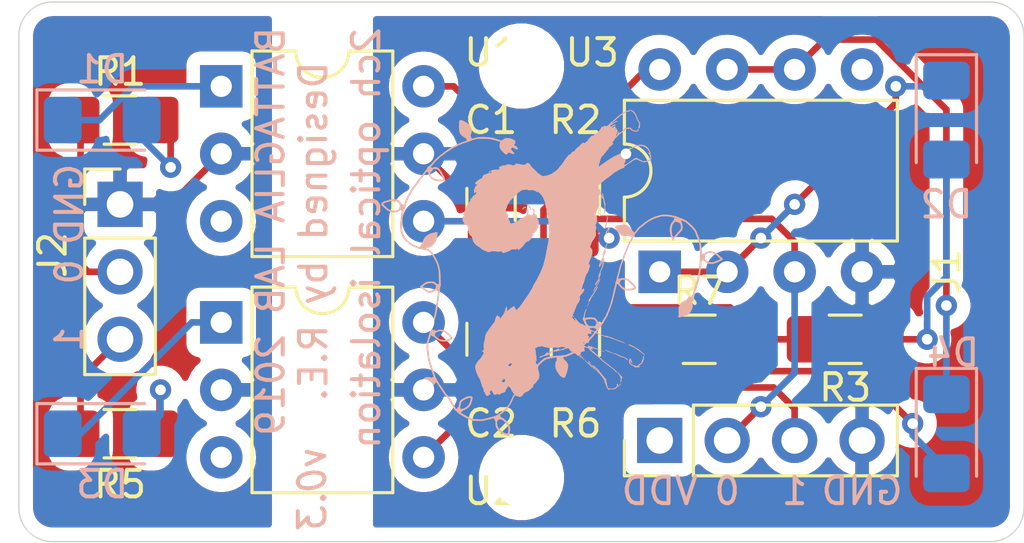
<source format=kicad_pcb>
(kicad_pcb (version 20171130) (host pcbnew "(5.1.4)-1")
  (title_block (title "Dual-channel optical isolation") (date 2019-12-06) (rev v0.3) (company "Battaglia Lab"))
  (layers (0 F.Cu signal) (31 B.Cu signal) (34 B.Paste user hide) (35 F.Paste user hide) (36 B.SilkS user hide) (37 F.SilkS user hide) (38 B.Mask user) (39 F.Mask user hide) (44 Edge.Cuts user))
  (net 0 "")
  (net 1 GNDA)
  (net 2 "Net-(D1-Pad1)")
  (net 3 "Net-(D1-Pad2)")
  (net 4 "Net-(D2-Pad2)")
  (net 5 "Net-(D2-Pad1)")
  (net 6 "Net-(D3-Pad2)")
  (net 7 "Net-(D3-Pad1)")
  (net 8 "Net-(D4-Pad2)")
  (net 9 "Net-(D4-Pad1)")
  (net 10 In01)
  (net 11 In02)
  (net 12 Out02)
  (net 13 Out01)
  (net 14 GND)
  (net 15 VDD)
  (module MountingHole:MountingHole_2.2mm_M2_DIN965 (layer F.Cu) (at 140.716 104.267)
    (fp_text reference REF** hide)
    (fp_text value MountingHole_2.2mm_M2_DIN965)
    (pad 1 np_thru_hole circle (at 0 0) (size 2.2 2.2) (drill 2.2) (layers *.Cu *.Mask))
  )
  (module mila:mila (layer B.Cu) (at 141.732 96.52 270)
    (fp_text reference G*** hide)
    (fp_text value LOGO hide)
  )
  (module Resistor_SMD:R_1206_3216Metric_Pad1.42x1.75mm_HandSolder (layer F.Cu) (at 142.748 99.06 90)
    (fp_text reference R6 (at -3.175 0 180) (layer F.SilkS))
    (fp_text value 4.7k)
    (pad 1 smd roundrect (at -1.4875 0 90) (size 1.425 1.75) (layers F.Cu F.Paste F.Mask) (roundrect_rratio 0.175439) (net 12 Out02))
    (pad 2 smd roundrect (at 1.4875 0 90) (size 1.425 1.75) (layers F.Cu F.Paste F.Mask) (roundrect_rratio 0.175439) (net 15 VDD))
  )
  (module MountingHole:MountingHole_2.2mm_M2_DIN965 (layer F.Cu) (at 140.716 88.773)
    (fp_text reference REF** hide)
    (fp_text value MountingHole_2.2mm_M2_DIN965)
    (pad 1 np_thru_hole circle (at 0 0) (size 2.2 2.2) (drill 2.2) (layers *.Cu *.Mask))
  )
  (module Package_DIP:DIP-6_W7.62mm (layer F.Cu) (at 129.413 98.425)
    (fp_text reference U2 (at 10.16 6.35) (layer F.SilkS))
    (fp_text value H11L1)
    (pad 1 thru_hole rect (at 0 0) (size 1.6 1.6) (drill 0.8) (layers *.Cu *.Mask) (net 7 "Net-(D3-Pad1)"))
    (pad 4 thru_hole oval (at 7.62 5.08) (size 1.6 1.6) (drill 0.8) (layers *.Cu *.Mask) (net 12 Out02))
    (pad 2 thru_hole oval (at 0 2.54) (size 1.6 1.6) (drill 0.8) (layers *.Cu *.Mask) (net 14 GND))
    (pad 5 thru_hole oval (at 7.62 2.54) (size 1.6 1.6) (drill 0.8) (layers *.Cu *.Mask) (net 1 GNDA))
    (pad 3 thru_hole oval (at 0 5.08) (size 1.6 1.6) (drill 0.8) (layers *.Cu *.Mask))
    (pad 6 thru_hole oval (at 7.62 0) (size 1.6 1.6) (drill 0.8) (layers *.Cu *.Mask) (net 15 VDD))
  )
  (module Package_DIP:DIP-6_W7.62mm (layer F.Cu) (at 129.413 89.535)
    (fp_text reference U1 (at 10.16 -1.27) (layer F.SilkS))
    (fp_text value H11L1)
    (pad 1 thru_hole rect (at 0 0) (size 1.6 1.6) (drill 0.8) (layers *.Cu *.Mask) (net 2 "Net-(D1-Pad1)"))
    (pad 4 thru_hole oval (at 7.62 5.08) (size 1.6 1.6) (drill 0.8) (layers *.Cu *.Mask) (net 13 Out01))
    (pad 2 thru_hole oval (at 0 2.54) (size 1.6 1.6) (drill 0.8) (layers *.Cu *.Mask) (net 14 GND))
    (pad 5 thru_hole oval (at 7.62 2.54) (size 1.6 1.6) (drill 0.8) (layers *.Cu *.Mask) (net 1 GNDA))
    (pad 3 thru_hole oval (at 0 5.08) (size 1.6 1.6) (drill 0.8) (layers *.Cu *.Mask))
    (pad 6 thru_hole oval (at 7.62 0) (size 1.6 1.6) (drill 0.8) (layers *.Cu *.Mask) (net 15 VDD))
  )
  (module Resistor_SMD:R_1206_3216Metric_Pad1.42x1.75mm_HandSolder (layer F.Cu) (at 147.4105 99.06)
    (fp_text reference R7 (at 0 -1.82) (layer F.SilkS))
    (fp_text value 330)
    (pad 1 smd roundrect (at -1.4875 0) (size 1.425 1.75) (layers F.Cu F.Paste F.Mask) (roundrect_rratio 0.175439) (net 8 "Net-(D4-Pad2)"))
    (pad 2 smd roundrect (at 1.4875 0) (size 1.425 1.75) (layers F.Cu F.Paste F.Mask) (roundrect_rratio 0.175439) (net 15 VDD))
  )
  (module Resistor_SMD:R_1206_3216Metric_Pad1.42x1.75mm_HandSolder (layer F.Cu) (at 125.603 102.616)
    (fp_text reference R5 (at 0 1.905) (layer F.SilkS))
    (fp_text value 330)
    (pad 1 smd roundrect (at -1.4875 0) (size 1.425 1.75) (layers F.Cu F.Paste F.Mask) (roundrect_rratio 0.175439) (net 11 In02))
    (pad 2 smd roundrect (at 1.4875 0) (size 1.425 1.75) (layers F.Cu F.Paste F.Mask) (roundrect_rratio 0.175439) (net 6 "Net-(D3-Pad2)"))
  )
  (module Resistor_SMD:R_1206_3216Metric_Pad1.42x1.75mm_HandSolder (layer F.Cu) (at 152.908 99.06 180)
    (fp_text reference R3 (at 0 -1.82) (layer F.SilkS))
    (fp_text value 330)
    (pad 1 smd roundrect (at -1.4875 0 180) (size 1.425 1.75) (layers F.Cu F.Paste F.Mask) (roundrect_rratio 0.175439) (net 4 "Net-(D2-Pad2)"))
    (pad 2 smd roundrect (at 1.4875 0 180) (size 1.425 1.75) (layers F.Cu F.Paste F.Mask) (roundrect_rratio 0.175439) (net 15 VDD))
  )
  (module Resistor_SMD:R_1206_3216Metric_Pad1.42x1.75mm_HandSolder (layer F.Cu) (at 142.748 93.7625 90)
    (fp_text reference R2 (at 2.9575 0 180) (layer F.SilkS))
    (fp_text value 4.7k)
    (pad 1 smd roundrect (at -1.4875 0 90) (size 1.425 1.75) (layers F.Cu F.Paste F.Mask) (roundrect_rratio 0.175439) (net 13 Out01))
    (pad 2 smd roundrect (at 1.4875 0 90) (size 1.425 1.75) (layers F.Cu F.Paste F.Mask) (roundrect_rratio 0.175439) (net 15 VDD))
  )
  (module Resistor_SMD:R_1206_3216Metric_Pad1.42x1.75mm_HandSolder (layer F.Cu) (at 125.603 90.805)
    (fp_text reference R1 (at 0 -1.82) (layer F.SilkS))
    (fp_text value 330)
    (pad 1 smd roundrect (at -1.4875 0) (size 1.425 1.75) (layers F.Cu F.Paste F.Mask) (roundrect_rratio 0.175439) (net 10 In01))
    (pad 2 smd roundrect (at 1.4875 0) (size 1.425 1.75) (layers F.Cu F.Paste F.Mask) (roundrect_rratio 0.175439) (net 3 "Net-(D1-Pad2)"))
  )
  (module LED_SMD:LED_1206_3216Metric_Pad1.42x1.75mm_HandSolder (layer B.Cu) (at 156.718 102.616 270)
    (fp_text reference D4 (at -3.048 -0.254 180) (layer B.SilkS) (effects (justify mirror)))
    (fp_text value LED)
    (pad 1 smd roundrect (at -1.4875 0 270) (size 1.425 1.75) (layers B.Cu B.Paste B.Mask) (roundrect_rratio 0.175439) (net 9 "Net-(D4-Pad1)"))
    (pad 2 smd roundrect (at 1.4875 0 270) (size 1.425 1.75) (layers B.Cu B.Paste B.Mask) (roundrect_rratio 0.175439) (net 8 "Net-(D4-Pad2)"))
  )
  (module LED_SMD:LED_1206_3216Metric_Pad1.42x1.75mm_HandSolder (layer B.Cu) (at 124.9315 102.616)
    (fp_text reference D3 (at 0 1.905) (layer B.SilkS) (effects (justify mirror)))
    (fp_text value LED)
    (pad 1 smd roundrect (at -1.4875 0) (size 1.425 1.75) (layers B.Cu B.Paste B.Mask) (roundrect_rratio 0.175439) (net 7 "Net-(D3-Pad1)"))
    (pad 2 smd roundrect (at 1.4875 0) (size 1.425 1.75) (layers B.Cu B.Paste B.Mask) (roundrect_rratio 0.175439) (net 6 "Net-(D3-Pad2)"))
  )
  (module LED_SMD:LED_1206_3216Metric_Pad1.42x1.75mm_HandSolder (layer B.Cu) (at 156.718 90.805 270)
    (fp_text reference D2 (at 3.175 0 180) (layer B.SilkS) (effects (justify mirror)))
    (fp_text value LED)
    (pad 1 smd roundrect (at -1.4875 0 270) (size 1.425 1.75) (layers B.Cu B.Paste B.Mask) (roundrect_rratio 0.175439) (net 5 "Net-(D2-Pad1)"))
    (pad 2 smd roundrect (at 1.4875 0 270) (size 1.425 1.75) (layers B.Cu B.Paste B.Mask) (roundrect_rratio 0.175439) (net 4 "Net-(D2-Pad2)"))
  )
  (module LED_SMD:LED_1206_3216Metric_Pad1.42x1.75mm_HandSolder (layer B.Cu) (at 124.9315 90.805)
    (fp_text reference D1 (at 0 -1.905) (layer B.SilkS) (effects (justify mirror)))
    (fp_text value LED)
    (pad 1 smd roundrect (at -1.4875 0) (size 1.425 1.75) (layers B.Cu B.Paste B.Mask) (roundrect_rratio 0.175439) (net 2 "Net-(D1-Pad1)"))
    (pad 2 smd roundrect (at 1.4875 0) (size 1.425 1.75) (layers B.Cu B.Paste B.Mask) (roundrect_rratio 0.175439) (net 3 "Net-(D1-Pad2)"))
  )
  (module Capacitor_SMD:C_1206_3216Metric_Pad1.42x1.75mm_HandSolder (layer F.Cu) (at 139.573 99.06 90)
    (fp_text reference C2 (at -3.175 0 180) (layer F.SilkS))
    (fp_text value 0.1u)
    (pad 1 smd roundrect (at -1.4875 0 90) (size 1.425 1.75) (layers F.Cu F.Paste F.Mask) (roundrect_rratio 0.175439) (net 15 VDD))
    (pad 2 smd roundrect (at 1.4875 0 90) (size 1.425 1.75) (layers F.Cu F.Paste F.Mask) (roundrect_rratio 0.175439) (net 1 GNDA))
  )
  (module Capacitor_SMD:C_1206_3216Metric_Pad1.42x1.75mm_HandSolder (layer F.Cu) (at 139.573 93.98 270)
    (fp_text reference C1 (at -3.175 0 180) (layer F.SilkS))
    (fp_text value 0.1u)
    (pad 1 smd roundrect (at -1.4875 0 270) (size 1.425 1.75) (layers F.Cu F.Paste F.Mask) (roundrect_rratio 0.175439) (net 15 VDD))
    (pad 2 smd roundrect (at 1.4875 0 270) (size 1.425 1.75) (layers F.Cu F.Paste F.Mask) (roundrect_rratio 0.175439) (net 1 GNDA))
  )
  (module Package_DIP:DIP-8_W7.62mm (layer F.Cu) (at 145.923 96.52 90)
    (fp_text reference U3 (at 8.255 -2.54 180) (layer F.SilkS))
    (fp_text value MCP6002-xSN)
    (pad 1 thru_hole rect (at 0 0 90) (size 1.6 1.6) (drill 0.8) (layers *.Cu *.Mask) (net 5 "Net-(D2-Pad1)"))
    (pad 5 thru_hole oval (at 7.62 7.62 90) (size 1.6 1.6) (drill 0.8) (layers *.Cu *.Mask) (net 12 Out02))
    (pad 2 thru_hole oval (at 0 2.54 90) (size 1.6 1.6) (drill 0.8) (layers *.Cu *.Mask) (net 5 "Net-(D2-Pad1)"))
    (pad 6 thru_hole oval (at 7.62 5.08 90) (size 1.6 1.6) (drill 0.8) (layers *.Cu *.Mask) (net 9 "Net-(D4-Pad1)"))
    (pad 3 thru_hole oval (at 0 5.08 90) (size 1.6 1.6) (drill 0.8) (layers *.Cu *.Mask) (net 13 Out01))
    (pad 7 thru_hole oval (at 7.62 2.54 90) (size 1.6 1.6) (drill 0.8) (layers *.Cu *.Mask) (net 9 "Net-(D4-Pad1)"))
    (pad 4 thru_hole oval (at 0 7.62 90) (size 1.6 1.6) (drill 0.8) (layers *.Cu *.Mask) (net 1 GNDA))
    (pad 8 thru_hole oval (at 7.62 0 90) (size 1.6 1.6) (drill 0.8) (layers *.Cu *.Mask) (net 15 VDD))
  )
  (module Connector_PinHeader_2.54mm:PinHeader_1x04_P2.54mm_Vertical (layer F.Cu) (at 145.923 102.87 90)
    (fp_text reference J1 (at 6.35 10.795 270) (layer F.SilkS))
    (fp_text value Conn_01x04_Male)
    (pad 4 thru_hole oval (at 0 7.62 90) (size 1.7 1.7) (drill 1) (layers *.Cu *.Mask) (net 1 GNDA))
    (pad 3 thru_hole oval (at 0 5.08 90) (size 1.7 1.7) (drill 1) (layers *.Cu *.Mask) (net 12 Out02))
    (pad 2 thru_hole oval (at 0 2.54 90) (size 1.7 1.7) (drill 1) (layers *.Cu *.Mask) (net 13 Out01))
    (pad 1 thru_hole rect (at 0 0 90) (size 1.7 1.7) (drill 1) (layers *.Cu *.Mask))
  )
  (module Connector_PinHeader_2.54mm:PinHeader_1x03_P2.54mm_Vertical (layer F.Cu) (at 125.603 93.98)
    (fp_text reference J2 (at -2.54 1.905 270) (layer F.SilkS))
    (fp_text value Conn_01x03_Male)
    (pad 3 thru_hole oval (at 0 5.08) (size 1.7 1.7) (drill 1) (layers *.Cu *.Mask) (net 11 In02))
    (pad 2 thru_hole oval (at 0 2.54) (size 1.7 1.7) (drill 1) (layers *.Cu *.Mask) (net 10 In01))
    (pad 1 thru_hole rect (at 0 0) (size 1.7 1.7) (drill 1) (layers *.Cu *.Mask) (net 14 GND))
  )
  (gr_line (start 121.793 105.41) (end 121.793 104.775) (layer Edge.Cuts) (width 0.05))
  (gr_line (start 158.369 106.68) (end 123.063 106.68) (layer Edge.Cuts) (width 0.05))
  (gr_text "2ch optical isolation" (at 134.874 95.25 90) (layer B.SilkS) (effects (font (size 1 1)) (justify mirror)))
  (gr_text v0.3 (at 132.842 104.648 90) (layer B.SilkS) (effects (font (size 1 1) (thickness 0.15) italic) (justify mirror)))
  (gr_text VDD (at 145.923 104.775) (layer B.SilkS) (effects (font (size 1 1)) (justify mirror)))
  (gr_text 1 (at 151.003 104.775) (layer B.SilkS) (effects (font (size 1 1)) (justify mirror)))
  (gr_text 0 (at 148.463 104.775) (layer B.SilkS) (effects (font (size 1 1)) (justify mirror)))
  (gr_text GND (at 153.543 104.775) (layer B.SilkS) (effects (font (size 1 1)) (justify mirror)))
  (gr_text 1 (at 123.698 99.06 90) (layer B.SilkS) (effects (font (size 1 1)) (justify mirror)))
  (gr_text 0 (at 123.698 96.52 90) (layer B.SilkS) (effects (font (size 1 1)) (justify mirror)))
  (gr_text GND (at 123.698 93.98 90) (layer B.SilkS) (effects (font (size 1 1)) (justify mirror)))
  (gr_line (start 158.369 86.36) (end 123.063 86.36) (layer Edge.Cuts) (width 0.05))
  (gr_line (start 159.639 105.41) (end 159.639 87.63) (layer Edge.Cuts) (width 0.05))
  (gr_line (start 121.793 87.63) (end 121.793 104.775) (layer Edge.Cuts) (width 0.05))
  (gr_arc (start 158.369 87.63) (end 159.639 87.63) (angle -90) (layer Edge.Cuts) (width 0.05))
  (gr_arc (start 158.369 105.41) (end 158.369 106.68) (angle -90) (layer Edge.Cuts) (width 0.05))
  (gr_arc (start 123.063 105.41) (end 121.793 105.41) (angle -90) (layer Edge.Cuts) (width 0.05))
  (gr_arc (start 123.063 87.63) (end 123.063 86.36) (angle -90) (layer Edge.Cuts) (width 0.05))
  (gr_text "BATTAGLIA LAB 2019\nDesigned by R.E." (at 132.08 94.996 90) (layer B.SilkS) (effects (font (size 1 1)) (justify mirror)))
  (via (at 144.653 92.075) (size 0.8) (drill 0.4) (layers F.Cu B.Cu) (net 1))
  (segment (start 137.033 92.075) (end 144.653 92.075) (width 0.25) (layer B.Cu) (net 1))
  (segment (start 139.573 94.615) (end 139.573 95.4675) (width 0.25) (layer F.Cu) (net 1))
  (segment (start 137.033 92.075) (end 139.573 94.615) (width 0.25) (layer F.Cu) (net 1))
  (segment (start 128.363 89.535) (end 129.413 89.535) (width 0.25) (layer B.Cu) (net 2))
  (segment (start 126.098 89.535) (end 128.363 89.535) (width 0.25) (layer B.Cu) (net 2))
  (segment (start 124.828 90.805) (end 126.098 89.535) (width 0.25) (layer B.Cu) (net 2))
  (segment (start 124.1155 90.805) (end 124.828 90.805) (width 0.25) (layer B.Cu) (net 2))
  (via (at 127.508 92.583) (size 0.8) (drill 0.4) (layers F.Cu B.Cu) (net 3))
  (segment (start 126.419 90.805) (end 126.419 91.494) (width 0.25) (layer B.Cu) (net 3))
  (segment (start 126.419 91.494) (end 127.508 92.583) (width 0.25) (layer B.Cu) (net 3))
  (segment (start 127.508 91.2225) (end 127.0905 90.805) (width 0.25) (layer F.Cu) (net 3))
  (segment (start 127.508 92.583) (end 127.508 91.2225) (width 0.25) (layer F.Cu) (net 3))
  (segment (start 156.718 92.2925) (end 156.718 93.005) (width 0.25) (layer B.Cu) (net 4))
  (segment (start 156.718 96.716996) (end 155.99299 97.442006) (width 0.25) (layer B.Cu) (net 4))
  (segment (start 155.99299 97.442006) (end 155.99299 98.494315) (width 0.25) (layer B.Cu) (net 4))
  (via (at 155.99299 99.06) (size 0.8) (drill 0.4) (layers F.Cu B.Cu) (net 4))
  (segment (start 155.99299 98.494315) (end 155.99299 99.06) (width 0.25) (layer B.Cu) (net 4))
  (segment (start 156.718 92.2925) (end 156.718 96.716996) (width 0.25) (layer B.Cu) (net 4))
  (segment (start 154.3955 99.06) (end 155.99299 99.06) (width 0.25) (layer F.Cu) (net 4))
  (segment (start 145.923 96.52) (end 148.463 96.52) (width 0.25) (layer F.Cu) (net 5))
  (via (at 149.733 95.25) (size 0.8) (drill 0.4) (layers F.Cu B.Cu) (net 5))
  (segment (start 148.463 96.52) (end 149.733 95.25) (width 0.25) (layer F.Cu) (net 5))
  (via (at 151.003 93.98) (size 0.8) (drill 0.4) (layers F.Cu B.Cu) (net 5))
  (segment (start 149.733 95.25) (end 151.003 93.98) (width 0.25) (layer B.Cu) (net 5))
  (via (at 154.813 89.535) (size 0.8) (drill 0.4) (layers F.Cu B.Cu) (net 5))
  (segment (start 151.003 93.98) (end 154.813 90.17) (width 0.25) (layer F.Cu) (net 5))
  (segment (start 154.813 90.17) (end 154.813 89.535) (width 0.25) (layer F.Cu) (net 5))
  (segment (start 156.5005 89.535) (end 156.718 89.3175) (width 0.25) (layer B.Cu) (net 5))
  (segment (start 154.813 89.535) (end 156.5005 89.535) (width 0.25) (layer B.Cu) (net 5))
  (via (at 127.127 100.965) (size 0.8) (drill 0.4) (layers F.Cu B.Cu) (net 6))
  (segment (start 127.0905 102.616) (end 127.0905 101.0015) (width 0.25) (layer F.Cu) (net 6))
  (segment (start 127.0905 101.0015) (end 127.127 100.965) (width 0.25) (layer F.Cu) (net 6))
  (segment (start 127.127 101.908) (end 126.419 102.616) (width 0.25) (layer B.Cu) (net 6))
  (segment (start 127.127 100.965) (end 127.127 101.908) (width 0.25) (layer B.Cu) (net 6))
  (segment (start 128.638 98.425) (end 129.413 98.425) (width 0.25) (layer B.Cu) (net 7))
  (segment (start 128.3065 98.425) (end 129.413 98.425) (width 0.25) (layer B.Cu) (net 7))
  (segment (start 124.1155 102.616) (end 128.3065 98.425) (width 0.25) (layer B.Cu) (net 7))
  (via (at 155.448 102.235) (size 0.8) (drill 0.4) (layers F.Cu B.Cu) (net 8))
  (segment (start 153.47301 100.26001) (end 155.448 102.235) (width 0.25) (layer F.Cu) (net 8))
  (segment (start 146.24801 100.26001) (end 153.47301 100.26001) (width 0.25) (layer F.Cu) (net 8))
  (segment (start 145.923 99.06) (end 145.923 99.935) (width 0.25) (layer F.Cu) (net 8))
  (segment (start 145.923 99.935) (end 146.24801 100.26001) (width 0.25) (layer F.Cu) (net 8))
  (segment (start 155.448 102.67) (end 156.718 103.94) (width 0.25) (layer B.Cu) (net 8))
  (segment (start 155.448 102.235) (end 155.448 102.67) (width 0.25) (layer B.Cu) (net 8))
  (segment (start 148.463 88.9) (end 151.003 88.9) (width 0.25) (layer F.Cu) (net 9))
  (via (at 156.718 97.79) (size 0.8) (drill 0.4) (layers F.Cu B.Cu) (net 9))
  (segment (start 156.718 100.965) (end 156.718 97.79) (width 0.25) (layer B.Cu) (net 9))
  (segment (start 152.128001 87.774999) (end 151.802999 88.100001) (width 0.25) (layer F.Cu) (net 9))
  (segment (start 151.802999 88.100001) (end 151.003 88.9) (width 0.25) (layer F.Cu) (net 9))
  (segment (start 154.083001 87.774999) (end 152.128001 87.774999) (width 0.25) (layer F.Cu) (net 9))
  (segment (start 156.718 90.409998) (end 154.083001 87.774999) (width 0.25) (layer F.Cu) (net 9))
  (segment (start 156.718 97.79) (end 156.718 90.409998) (width 0.25) (layer F.Cu) (net 9))
  (segment (start 124.1155 91.68) (end 124.1155 90.805) (width 0.25) (layer F.Cu) (net 10))
  (segment (start 124.1155 96.234581) (end 124.1155 91.68) (width 0.25) (layer F.Cu) (net 10))
  (segment (start 124.400919 96.52) (end 124.1155 96.234581) (width 0.25) (layer F.Cu) (net 10))
  (segment (start 125.603 96.52) (end 124.400919 96.52) (width 0.25) (layer F.Cu) (net 10))
  (segment (start 124.1155 100.5475) (end 125.603 99.06) (width 0.25) (layer F.Cu) (net 11))
  (segment (start 124.1155 102.616) (end 124.1155 100.5475) (width 0.25) (layer F.Cu) (net 11))
  (segment (start 141.5685 101.727) (end 142.748 100.5475) (width 0.25) (layer F.Cu) (net 12))
  (segment (start 137.033 103.505) (end 138.811 101.727) (width 0.25) (layer F.Cu) (net 12))
  (segment (start 138.811 101.727) (end 141.5685 101.727) (width 0.25) (layer F.Cu) (net 12))
  (segment (start 151.003 101.667919) (end 151.003 102.87) (width 0.25) (layer F.Cu) (net 12))
  (segment (start 150.21008 100.874999) (end 151.003 101.667919) (width 0.25) (layer F.Cu) (net 12))
  (segment (start 146.226589 100.874999) (end 150.21008 100.874999) (width 0.25) (layer F.Cu) (net 12))
  (segment (start 145.89909 100.5475) (end 146.226589 100.874999) (width 0.25) (layer F.Cu) (net 12))
  (segment (start 142.748 100.5475) (end 145.89909 100.5475) (width 0.25) (layer F.Cu) (net 12))
  (segment (start 151.003 96.52) (end 151.003 97.155) (width 0.25) (layer F.Cu) (net 13))
  (via (at 149.733 101.6) (size 0.8) (drill 0.4) (layers F.Cu B.Cu) (net 13))
  (segment (start 148.463 102.87) (end 149.733 101.6) (width 0.25) (layer F.Cu) (net 13))
  (segment (start 151.003 100.33) (end 151.003 96.52) (width 0.25) (layer B.Cu) (net 13))
  (segment (start 149.733 101.6) (end 151.003 100.33) (width 0.25) (layer B.Cu) (net 13))
  (segment (start 150.139368 94.524998) (end 151.003 95.38863) (width 0.25) (layer F.Cu) (net 13))
  (segment (start 151.003 95.38863) (end 151.003 96.52) (width 0.25) (layer F.Cu) (net 13))
  (segment (start 142.748 94.5375) (end 142.760502 94.524998) (width 0.25) (layer F.Cu) (net 13))
  (segment (start 142.748 95.25) (end 142.748 94.5375) (width 0.25) (layer F.Cu) (net 13))
  (segment (start 142.760502 94.524998) (end 150.139368 94.524998) (width 0.25) (layer F.Cu) (net 13))
  (via (at 144.018 95.25) (size 0.8) (drill 0.4) (layers F.Cu B.Cu) (net 13))
  (segment (start 137.033 94.615) (end 143.383 94.615) (width 0.25) (layer B.Cu) (net 13))
  (segment (start 143.383 94.615) (end 144.018 95.25) (width 0.25) (layer B.Cu) (net 13))
  (segment (start 144.018 95.25) (end 142.748 95.25) (width 0.25) (layer F.Cu) (net 13))
  (segment (start 127.508 93.98) (end 129.413 92.075) (width 0.25) (layer F.Cu) (net 14))
  (segment (start 125.603 93.98) (end 127.508 93.98) (width 0.25) (layer F.Cu) (net 14))
  (segment (start 139.573 91.78) (end 139.573 92.4925) (width 0.25) (layer F.Cu) (net 15))
  (segment (start 139.573 90.94363) (end 139.573 91.78) (width 0.25) (layer F.Cu) (net 15))
  (segment (start 138.16437 89.535) (end 139.573 90.94363) (width 0.25) (layer F.Cu) (net 15))
  (segment (start 137.033 89.535) (end 138.16437 89.535) (width 0.25) (layer F.Cu) (net 15))
  (segment (start 142.5305 92.4925) (end 142.748 92.275) (width 0.25) (layer F.Cu) (net 15))
  (segment (start 139.573 92.4925) (end 142.5305 92.4925) (width 0.25) (layer F.Cu) (net 15))
  (segment (start 139.1555 100.5475) (end 139.573 100.5475) (width 0.25) (layer F.Cu) (net 15))
  (segment (start 137.033 98.425) (end 139.1555 100.5475) (width 0.25) (layer F.Cu) (net 15))
  (segment (start 148.898 98.185) (end 148.898 99.06) (width 0.25) (layer F.Cu) (net 15))
  (segment (start 148.57299 97.85999) (end 148.898 98.185) (width 0.25) (layer F.Cu) (net 15))
  (segment (start 143.91049 97.85999) (end 148.57299 97.85999) (width 0.25) (layer F.Cu) (net 15))
  (segment (start 143.623 97.5725) (end 143.91049 97.85999) (width 0.25) (layer F.Cu) (net 15))
  (segment (start 142.748 97.5725) (end 143.623 97.5725) (width 0.25) (layer F.Cu) (net 15))
  (segment (start 148.898 99.06) (end 151.4205 99.06) (width 0.25) (layer F.Cu) (net 15))
  (segment (start 141.873 97.5725) (end 142.748 97.5725) (width 0.25) (layer F.Cu) (net 15))
  (segment (start 141.54799 97.24749) (end 141.873 97.5725) (width 0.25) (layer F.Cu) (net 15))
  (segment (start 141.54799 94.18751) (end 141.54799 97.24749) (width 0.25) (layer F.Cu) (net 15))
  (segment (start 142.748 92.9875) (end 141.54799 94.18751) (width 0.25) (layer F.Cu) (net 15))
  (segment (start 142.748 92.275) (end 142.748 92.9875) (width 0.25) (layer F.Cu) (net 15))
  (segment (start 140.4855 100.5475) (end 140.448 100.5475) (width 0.25) (layer F.Cu) (net 15))
  (segment (start 140.448 100.5475) (end 139.573 100.5475) (width 0.25) (layer F.Cu) (net 15))
  (segment (start 142.748 98.285) (end 140.4855 100.5475) (width 0.25) (layer F.Cu) (net 15))
  (segment (start 142.748 97.5725) (end 142.748 98.285) (width 0.25) (layer F.Cu) (net 15))
  (segment (start 145.4105 88.9) (end 145.923 88.9) (width 0.25) (layer F.Cu) (net 15))
  (segment (start 142.748 91.5625) (end 145.4105 88.9) (width 0.25) (layer F.Cu) (net 15))
  (segment (start 142.748 92.275) (end 142.748 91.5625) (width 0.25) (layer F.Cu) (net 15))
  (zone (net 1) (net_name GNDA) (layer F.Cu) (connect_pads (clearance 0.508)) (min_thickness 0.254) (fill yes (arc_segments 32) (thermal_gap 0.508) (thermal_bridge_width 0.508))
    (polygon (pts (xy 159.258 106.68) (xy 135.128 106.68) (xy 135.128 86.36) (xy 159.258 86.36)))
  )
  (zone (net 1) (net_name GNDA) (layer B.Cu) (connect_pads (clearance 0.508)) (min_thickness 0.254) (fill yes (arc_segments 32) (thermal_gap 0.508) (thermal_bridge_width 0.508))
    (polygon (pts (xy 159.258 106.68) (xy 135.128 106.68) (xy 135.128 86.36) (xy 159.258 86.36)))
  )
  (zone (net 14) (net_name GND) (layer F.Cu) (connect_pads (clearance 0.508)) (min_thickness 0.254) (fill yes (arc_segments 32) (thermal_gap 0.508) (thermal_bridge_width 0.508))
    (polygon (pts (xy 131.318 106.68) (xy 121.793 106.68) (xy 121.793 86.36) (xy 131.318 86.36)))
  )
  (zone (net 14) (net_name GND) (layer B.Cu) (connect_pads (clearance 0.508)) (min_thickness 0.254) (fill yes (arc_segments 32) (thermal_gap 0.508) (thermal_bridge_width 0.508))
    (polygon (pts (xy 131.318 106.68) (xy 121.793 106.68) (xy 121.793 86.36) (xy 131.318 86.36)))
  )
)
</source>
